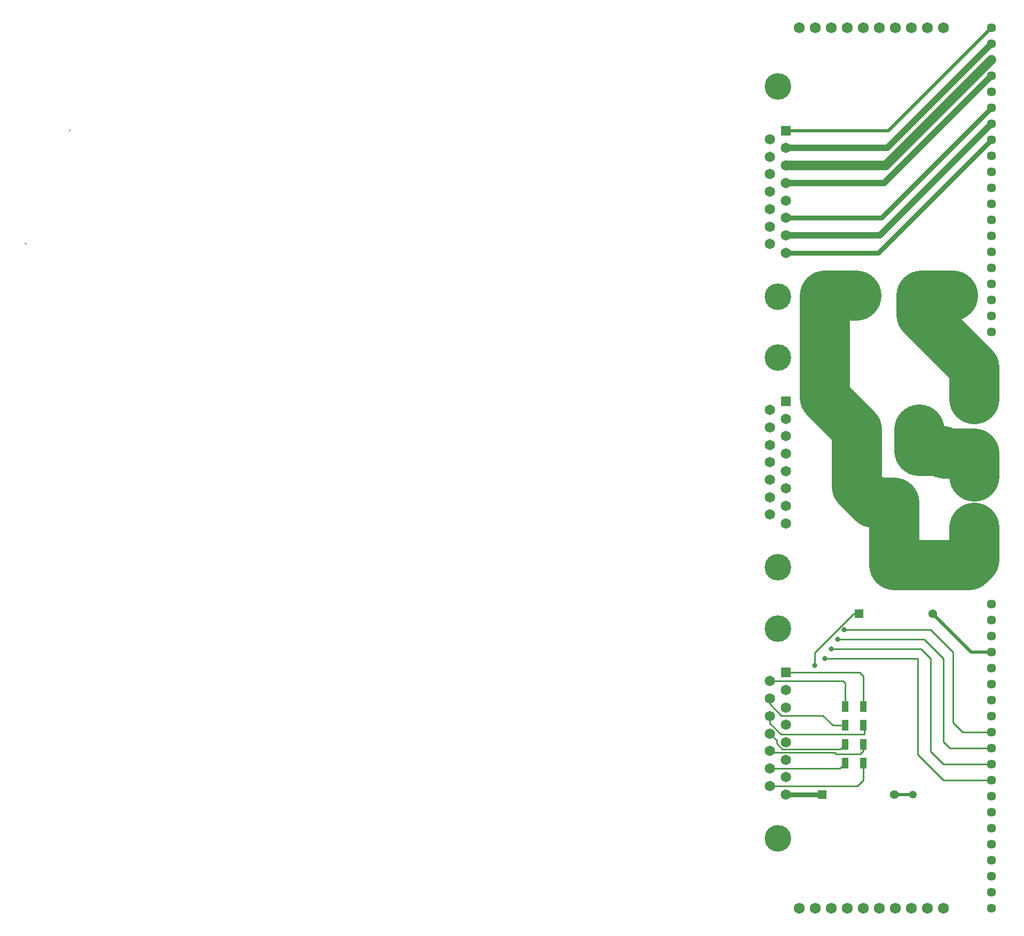
<source format=gbr>
%TF.GenerationSoftware,KiCad,Pcbnew,8.0.8*%
%TF.CreationDate,2025-02-03T20:53:04-05:00*%
%TF.ProjectId,IO Module V2.0,494f204d-6f64-4756-9c65-2056322e302e,rev?*%
%TF.SameCoordinates,Original*%
%TF.FileFunction,Copper,L1,Top*%
%TF.FilePolarity,Positive*%
%FSLAX46Y46*%
G04 Gerber Fmt 4.6, Leading zero omitted, Abs format (unit mm)*
G04 Created by KiCad (PCBNEW 8.0.8) date 2025-02-03 20:53:04*
%MOMM*%
%LPD*%
G01*
G04 APERTURE LIST*
%TA.AperFunction,ComponentPad*%
%ADD10R,2.108200X2.108200*%
%TD*%
%TA.AperFunction,ComponentPad*%
%ADD11C,2.108200*%
%TD*%
%TA.AperFunction,SMDPad,CuDef*%
%ADD12R,1.117600X1.752600*%
%TD*%
%TA.AperFunction,ComponentPad*%
%ADD13C,1.950000*%
%TD*%
%TA.AperFunction,ComponentPad*%
%ADD14R,1.650000X1.650000*%
%TD*%
%TA.AperFunction,ComponentPad*%
%ADD15C,1.650000*%
%TD*%
%TA.AperFunction,ComponentPad*%
%ADD16C,4.216000*%
%TD*%
%TA.AperFunction,ComponentPad*%
%ADD17R,1.397000X1.397000*%
%TD*%
%TA.AperFunction,ComponentPad*%
%ADD18C,1.397000*%
%TD*%
%TA.AperFunction,ComponentPad*%
%ADD19C,1.750000*%
%TD*%
%TA.AperFunction,ComponentPad*%
%ADD20C,1.447800*%
%TD*%
%TA.AperFunction,ComponentPad*%
%ADD21R,1.371600X1.371600*%
%TD*%
%TA.AperFunction,ComponentPad*%
%ADD22C,1.371600*%
%TD*%
%TA.AperFunction,ViaPad*%
%ADD23C,0.800000*%
%TD*%
%TA.AperFunction,ViaPad*%
%ADD24C,1.250000*%
%TD*%
%TA.AperFunction,Conductor*%
%ADD25C,0.200000*%
%TD*%
%TA.AperFunction,Conductor*%
%ADD26C,1.000000*%
%TD*%
%TA.AperFunction,Conductor*%
%ADD27C,0.250000*%
%TD*%
%TA.AperFunction,Conductor*%
%ADD28C,0.500000*%
%TD*%
%TA.AperFunction,Conductor*%
%ADD29C,0.750000*%
%TD*%
%TA.AperFunction,Conductor*%
%ADD30C,1.500000*%
%TD*%
%TA.AperFunction,Conductor*%
%ADD31C,8.000000*%
%TD*%
G04 APERTURE END LIST*
D10*
%TO.P,F1,1,1*%
%TO.N,Net-(F1-Pad1)*%
X108200000Y-84100000D03*
D11*
%TO.P,F1,2,2*%
X108200000Y-87503600D03*
%TO.P,F1,3,3*%
%TO.N,Net-(F1-Pad3)*%
X118106000Y-87503600D03*
%TO.P,F1,4,4*%
X118106000Y-84100000D03*
%TD*%
D12*
%TO.P,R31,1*%
%TO.N,Net-(J4-Pad14)*%
X106324400Y-137000000D03*
%TO.P,R31,2*%
%TO.N,Net-(J4-Pad15)*%
X109220000Y-137000000D03*
%TD*%
D13*
%TO.P,J8,1*%
%TO.N,Net-(J1-Pad1)*%
X118400000Y-62850000D03*
%TO.P,J8,2*%
X123400000Y-62850000D03*
%TD*%
%TO.P,J10,1*%
%TO.N,Net-(F1-Pad3)*%
X126800000Y-86940000D03*
%TO.P,J10,2*%
X126800000Y-91940000D03*
%TD*%
D14*
%TO.P,J4,01,01*%
%TO.N,Net-(J4-Pad01)*%
X96930000Y-122615000D03*
D15*
%TO.P,J4,02,02*%
%TO.N,unconnected-(J4-Pad02)*%
X96930000Y-125385000D03*
%TO.P,J4,03,03*%
%TO.N,unconnected-(J4-Pad03)*%
X96930000Y-128155000D03*
%TO.P,J4,04,04*%
%TO.N,Net-(J4-Pad04)*%
X96930000Y-130925000D03*
%TO.P,J4,05,05*%
%TO.N,Net-(J4-Pad05)*%
X96930000Y-133695000D03*
%TO.P,J4,06,06*%
%TO.N,Net-(J4-Pad06)*%
X96930000Y-136465000D03*
%TO.P,J4,07,07*%
%TO.N,Net-(J4-Pad07)*%
X96930000Y-139235000D03*
%TO.P,J4,08,08*%
%TO.N,Net-(J4-Pad08)*%
X96930000Y-142005000D03*
%TO.P,J4,09,09*%
%TO.N,Net-(J4-Pad09)*%
X94390000Y-124000000D03*
%TO.P,J4,10,10*%
%TO.N,Net-(J4-Pad10)*%
X94390000Y-126770000D03*
%TO.P,J4,11,11*%
%TO.N,Net-(J4-Pad11)*%
X94390000Y-129540000D03*
%TO.P,J4,12,12*%
%TO.N,Net-(J4-Pad12)*%
X94390000Y-132310000D03*
%TO.P,J4,13,13*%
%TO.N,Net-(J4-Pad13)*%
X94390000Y-135080000D03*
%TO.P,J4,14,14*%
%TO.N,Net-(J4-Pad14)*%
X94390000Y-137850000D03*
%TO.P,J4,15,15*%
%TO.N,Net-(J4-Pad15)*%
X94390000Y-140620000D03*
D16*
%TO.P,J4,S1,SHIELD*%
%TO.N,Net-(J1-Pad1)*%
X95660000Y-115650000D03*
%TO.P,J4,S2,SHIELD*%
X95660000Y-148970000D03*
%TD*%
D12*
%TO.P,R28,1*%
%TO.N,Net-(J4-Pad10)*%
X106324400Y-131000000D03*
%TO.P,R28,2*%
%TO.N,Net-(J4-Pad11)*%
X109220000Y-131000000D03*
%TD*%
%TO.P,R30,1*%
%TO.N,Net-(J4-Pad12)*%
X106324400Y-134000000D03*
%TO.P,R30,2*%
%TO.N,Net-(J4-Pad13)*%
X109220000Y-134000000D03*
%TD*%
D17*
%TO.P,R23,1*%
%TO.N,Net-(J4-Pad08)*%
X102700000Y-142000000D03*
D18*
%TO.P,R23,2*%
%TO.N,Net-(J6-Pad8)*%
X114130000Y-142000000D03*
%TD*%
D19*
%TO.P,REF\u002A\u002A,1*%
%TO.N,N/C*%
X99060000Y-160020000D03*
%TO.P,REF\u002A\u002A,2*%
X101600000Y-160020000D03*
%TO.P,REF\u002A\u002A,3*%
X104140000Y-160020000D03*
%TO.P,REF\u002A\u002A,4*%
X106680000Y-160020000D03*
%TO.P,REF\u002A\u002A,5*%
X109220000Y-160020000D03*
%TO.P,REF\u002A\u002A,6*%
X111760000Y-160020000D03*
%TO.P,REF\u002A\u002A,7*%
X114300000Y-160020000D03*
%TO.P,REF\u002A\u002A,8*%
X116840000Y-160020000D03*
%TO.P,REF\u002A\u002A,9*%
X119380000Y-160020000D03*
%TO.P,REF\u002A\u002A,10*%
X121920000Y-160020000D03*
%TD*%
D13*
%TO.P,J11,1*%
%TO.N,Net-(F1-Pad1)*%
X126800000Y-99700000D03*
%TO.P,J11,2*%
X126800000Y-104700000D03*
%TD*%
D20*
%TO.P,J5,1,1*%
%TO.N,Net-(J2-Pad01)*%
X129540000Y-20340500D03*
%TO.P,J5,2,2*%
%TO.N,Net-(J2-Pad02)*%
X129540000Y-22880500D03*
%TO.P,J5,3,3*%
%TO.N,Net-(J2-Pad03)*%
X129540000Y-25420500D03*
%TO.P,J5,4,4*%
%TO.N,Net-(J2-Pad04)*%
X129540000Y-27960500D03*
%TO.P,J5,5,5*%
%TO.N,unconnected-(J5-Pad5)*%
X129540000Y-30500500D03*
%TO.P,J5,6,6*%
%TO.N,Net-(J2-Pad06)*%
X129540000Y-33040500D03*
%TO.P,J5,7,7*%
%TO.N,Net-(J2-Pad07)*%
X129540000Y-35580500D03*
%TO.P,J5,8,8*%
%TO.N,Net-(J2-Pad08)*%
X129540000Y-38120500D03*
%TO.P,J5,9,9*%
%TO.N,Net-(J2-Pad09)*%
X129540000Y-40660500D03*
%TO.P,J5,10,10*%
%TO.N,Net-(J2-Pad10)*%
X129540000Y-43200500D03*
%TO.P,J5,11,11*%
%TO.N,Net-(J2-Pad11)*%
X129540000Y-45740500D03*
%TO.P,J5,12,12*%
%TO.N,Net-(J2-Pad12)*%
X129540000Y-48280500D03*
%TO.P,J5,13,13*%
%TO.N,Net-(J2-Pad13)*%
X129540000Y-50820500D03*
%TO.P,J5,14,14*%
%TO.N,Net-(J2-Pad14)*%
X129540000Y-53360500D03*
%TO.P,J5,15,15*%
%TO.N,Net-(J2-Pad15)*%
X129540000Y-55900500D03*
%TO.P,J5,16,16*%
%TO.N,unconnected-(J5-Pad16)*%
X129540000Y-58440500D03*
%TO.P,J5,17,17*%
%TO.N,unconnected-(J5-Pad17)*%
X129540000Y-60980500D03*
%TO.P,J5,18,18*%
%TO.N,unconnected-(J5-Pad18)*%
X129540000Y-63520500D03*
%TO.P,J5,19,19*%
%TO.N,unconnected-(J5-Pad19)*%
X129540000Y-66060500D03*
%TO.P,J5,20,20*%
%TO.N,unconnected-(J5-Pad20)*%
X129540000Y-68600500D03*
%TD*%
%TO.P,J6,1,1*%
%TO.N,unconnected-(J6-Pad1)*%
X129540000Y-111760000D03*
%TO.P,J6,2,2*%
%TO.N,unconnected-(J4-Pad02)*%
X129540000Y-114300000D03*
%TO.P,J6,3,3*%
%TO.N,unconnected-(J6-Pad3)*%
X129540000Y-116840000D03*
%TO.P,J6,4,4*%
%TO.N,Net-(J6-Pad4)*%
X129540000Y-119380000D03*
%TO.P,J6,5,5*%
%TO.N,Net-(J4-Pad05)*%
X129540000Y-121920000D03*
%TO.P,J6,6,6*%
%TO.N,Net-(J4-Pad06)*%
X129540000Y-124460000D03*
%TO.P,J6,7,7*%
%TO.N,Net-(J4-Pad07)*%
X129540000Y-127000000D03*
%TO.P,J6,8,8*%
%TO.N,Net-(J6-Pad8)*%
X129540000Y-129540000D03*
%TO.P,J6,9,9*%
%TO.N,Net-(J3-Pad12)*%
X129540000Y-132080000D03*
%TO.P,J6,10,10*%
%TO.N,Net-(J3-Pad13)*%
X129540000Y-134620000D03*
%TO.P,J6,11,11*%
%TO.N,Net-(J3-Pad14)*%
X129540000Y-137160000D03*
%TO.P,J6,12,12*%
%TO.N,Net-(J3-Pad15)*%
X129540000Y-139700000D03*
%TO.P,J6,13,13*%
%TO.N,unconnected-(J6-Pad13)*%
X129540000Y-142240000D03*
%TO.P,J6,14,14*%
%TO.N,unconnected-(J6-Pad14)*%
X129540000Y-144780000D03*
%TO.P,J6,15,15*%
%TO.N,unconnected-(J6-Pad15)*%
X129540000Y-147320000D03*
%TO.P,J6,16,16*%
%TO.N,unconnected-(J6-Pad16)*%
X129540000Y-149860000D03*
%TO.P,J6,17,17*%
%TO.N,unconnected-(J6-Pad17)*%
X129540000Y-152400000D03*
%TO.P,J6,18,18*%
%TO.N,unconnected-(J6-Pad18)*%
X129540000Y-154940000D03*
%TO.P,J6,19,19*%
%TO.N,unconnected-(J6-Pad19)*%
X129540000Y-157480000D03*
%TO.P,J6,20,20*%
%TO.N,unconnected-(J6-Pad20)*%
X129540000Y-160020000D03*
%TD*%
D14*
%TO.P,J2,01,01*%
%TO.N,Net-(J2-Pad01)*%
X96930000Y-36640750D03*
D15*
%TO.P,J2,02,02*%
%TO.N,Net-(J2-Pad02)*%
X96930000Y-39410750D03*
%TO.P,J2,03,03*%
%TO.N,Net-(J2-Pad03)*%
X96930000Y-42180750D03*
%TO.P,J2,04,04*%
%TO.N,Net-(J2-Pad04)*%
X96930000Y-44950750D03*
%TO.P,J2,05,05*%
%TO.N,unconnected-(J2-Pad05)*%
X96930000Y-47720750D03*
%TO.P,J2,06,06*%
%TO.N,Net-(J2-Pad06)*%
X96930000Y-50490750D03*
%TO.P,J2,07,07*%
%TO.N,Net-(J2-Pad07)*%
X96930000Y-53260750D03*
%TO.P,J2,08,08*%
%TO.N,Net-(J2-Pad08)*%
X96930000Y-56030750D03*
%TO.P,J2,09,09*%
%TO.N,Net-(J2-Pad09)*%
X94390000Y-38025750D03*
%TO.P,J2,10,10*%
%TO.N,Net-(J2-Pad10)*%
X94390000Y-40795750D03*
%TO.P,J2,11,11*%
%TO.N,Net-(J2-Pad11)*%
X94390000Y-43565750D03*
%TO.P,J2,12,12*%
%TO.N,Net-(J2-Pad12)*%
X94390000Y-46335750D03*
%TO.P,J2,13,13*%
%TO.N,Net-(J2-Pad13)*%
X94390000Y-49105750D03*
%TO.P,J2,14,14*%
%TO.N,Net-(J2-Pad14)*%
X94390000Y-51875750D03*
%TO.P,J2,15,15*%
%TO.N,Net-(J2-Pad15)*%
X94390000Y-54645750D03*
D16*
%TO.P,J2,S1,SHIELD*%
%TO.N,Net-(J1-Pad1)*%
X95660000Y-29675750D03*
%TO.P,J2,S2,SHIELD*%
X95660000Y-62995750D03*
%TD*%
D12*
%TO.P,R29,1*%
%TO.N,Net-(J4-Pad01)*%
X109220000Y-128000000D03*
%TO.P,R29,2*%
%TO.N,Net-(J4-Pad09)*%
X106324400Y-128000000D03*
%TD*%
D14*
%TO.P,J3,01,01*%
%TO.N,unconnected-(J3-Pad01)*%
X96930000Y-79580750D03*
D15*
%TO.P,J3,02,02*%
%TO.N,unconnected-(J3-Pad02)*%
X96930000Y-82350750D03*
%TO.P,J3,03,03*%
%TO.N,unconnected-(J3-Pad03)*%
X96930000Y-85120750D03*
%TO.P,J3,04,04*%
%TO.N,unconnected-(J3-Pad04)*%
X96930000Y-87890750D03*
%TO.P,J3,05,05*%
%TO.N,unconnected-(J3-Pad05)*%
X96930000Y-90660750D03*
%TO.P,J3,06,06*%
%TO.N,unconnected-(J3-Pad06)*%
X96930000Y-93430750D03*
%TO.P,J3,07,07*%
%TO.N,unconnected-(J3-Pad07)*%
X96930000Y-96200750D03*
%TO.P,J3,08,08*%
%TO.N,unconnected-(J3-Pad08)*%
X96930000Y-98970750D03*
%TO.P,J3,09,09*%
%TO.N,unconnected-(J3-Pad09)*%
X94390000Y-80965750D03*
%TO.P,J3,10,10*%
%TO.N,unconnected-(J3-Pad10)*%
X94390000Y-83735750D03*
%TO.P,J3,11,11*%
%TO.N,unconnected-(J3-Pad11)*%
X94390000Y-86505750D03*
%TO.P,J3,12,12*%
%TO.N,Net-(J3-Pad12)*%
X94390000Y-89275750D03*
%TO.P,J3,13,13*%
%TO.N,Net-(J3-Pad13)*%
X94390000Y-92045750D03*
%TO.P,J3,14,14*%
%TO.N,Net-(J3-Pad14)*%
X94390000Y-94815750D03*
%TO.P,J3,15,15*%
%TO.N,Net-(J3-Pad15)*%
X94390000Y-97585750D03*
D16*
%TO.P,J3,S1,SHIELD*%
%TO.N,Net-(J1-Pad1)*%
X95660000Y-72615750D03*
%TO.P,J3,S2,SHIELD*%
X95660000Y-105935750D03*
%TD*%
D13*
%TO.P,J7,1*%
%TO.N,Net-(F1-Pad1)*%
X103100000Y-62850000D03*
%TO.P,J7,2*%
X108100000Y-62850000D03*
%TD*%
D21*
%TO.P,R26,1*%
%TO.N,Net-(J4-Pad04)*%
X108500000Y-113300000D03*
D22*
%TO.P,R26,2*%
%TO.N,Net-(J6-Pad4)*%
X120184000Y-113300000D03*
%TD*%
D19*
%TO.P,J1,1,1*%
%TO.N,Net-(J1-Pad1)*%
X99060000Y-20320000D03*
%TO.P,J1,2,2*%
X101600000Y-20320000D03*
%TO.P,J1,3,3*%
X104140000Y-20320000D03*
%TO.P,J1,4,4*%
%TO.N,unconnected-(J1-Pad4)*%
X106680000Y-20320000D03*
%TO.P,J1,5,5*%
%TO.N,unconnected-(J1-Pad5)*%
X109220000Y-20320000D03*
%TO.P,J1,6,6*%
%TO.N,unconnected-(J1-Pad6)*%
X111760000Y-20320000D03*
%TO.P,J1,7,7*%
%TO.N,unconnected-(J1-Pad7)*%
X114300000Y-20320000D03*
%TO.P,J1,8,8*%
%TO.N,unconnected-(J1-Pad8)*%
X116840000Y-20320000D03*
%TO.P,J1,9,9*%
%TO.N,unconnected-(J1-Pad9)*%
X119380000Y-20320000D03*
%TO.P,J1,10,10*%
%TO.N,unconnected-(J1-Pad10)*%
X121920000Y-20320000D03*
%TD*%
D13*
%TO.P,J9,1*%
%TO.N,Net-(J1-Pad1)*%
X126800000Y-74280000D03*
%TO.P,J9,2*%
X126800000Y-79280000D03*
%TD*%
D23*
%TO.N,Net-(J3-Pad12)*%
X106172000Y-115824000D03*
%TO.N,Net-(J3-Pad13)*%
X105156000Y-117348000D03*
%TO.N,Net-(J3-Pad15)*%
X103124000Y-120396000D03*
%TO.N,Net-(J3-Pad14)*%
X104140000Y-118872000D03*
%TO.N,Net-(J4-Pad04)*%
X101500000Y-121490000D03*
D24*
%TO.N,Net-(J6-Pad8)*%
X117094000Y-141986000D03*
%TD*%
D25*
%TO.N,*%
X-16595000Y-36640750D02*
X-16740000Y-36495750D01*
X-23590000Y-54645750D02*
X-23740000Y-54495750D01*
D26*
%TO.N,Net-(J2-Pad02)*%
X96930000Y-39410750D02*
X112989250Y-39410750D01*
X112989250Y-39410750D02*
X129540000Y-22860000D01*
%TO.N,Net-(J2-Pad04)*%
X112529250Y-44950750D02*
X129540000Y-27940000D01*
X96930000Y-44950750D02*
X112529250Y-44950750D01*
D27*
%TO.N,Net-(J3-Pad12)*%
X106172000Y-115824000D02*
X119888000Y-115824000D01*
X119888000Y-115824000D02*
X123444000Y-119380000D01*
X124968000Y-132080000D02*
X129540000Y-132080000D01*
X124968000Y-132080000D02*
X123444000Y-130556000D01*
X123444000Y-130556000D02*
X123444000Y-119380000D01*
%TO.N,Net-(J3-Pad13)*%
X121920000Y-120396000D02*
X121920000Y-133604000D01*
X118872000Y-117348000D02*
X121920000Y-120396000D01*
X121920000Y-133604000D02*
X122936000Y-134620000D01*
X122936000Y-134620000D02*
X129540000Y-134620000D01*
X105156000Y-117348000D02*
X118872000Y-117348000D01*
%TO.N,Net-(J3-Pad15)*%
X103124000Y-120396000D02*
X117856000Y-120396000D01*
X121920000Y-139700000D02*
X129540000Y-139700000D01*
X117856000Y-120396000D02*
X117856000Y-135636000D01*
X117856000Y-135636000D02*
X121920000Y-139700000D01*
%TO.N,Net-(J3-Pad14)*%
X118364000Y-118872000D02*
X119888000Y-120396000D01*
X104140000Y-118872000D02*
X118364000Y-118872000D01*
X119888000Y-120396000D02*
X119888000Y-135128000D01*
X121920000Y-137160000D02*
X129540000Y-137160000D01*
X119888000Y-135128000D02*
X121920000Y-137160000D01*
D28*
%TO.N,Net-(J2-Pad01)*%
X96930000Y-36640750D02*
X113219250Y-36640750D01*
X113219250Y-36640750D02*
X129540000Y-20320000D01*
X97030000Y-36640750D02*
X97170750Y-36500000D01*
D26*
%TO.N,Net-(J2-Pad07)*%
X111839250Y-53260750D02*
X129540000Y-35560000D01*
X96930000Y-53260750D02*
X111839250Y-53260750D01*
D29*
%TO.N,Net-(J2-Pad08)*%
X96930000Y-56030750D02*
X111609250Y-56030750D01*
X111609250Y-56030750D02*
X129540000Y-38100000D01*
D30*
%TO.N,Net-(J2-Pad03)*%
X96930000Y-42180750D02*
X112759250Y-42180750D01*
X112759250Y-42180750D02*
X129540000Y-25400000D01*
D29*
%TO.N,Net-(J2-Pad06)*%
X112069250Y-50490750D02*
X129540000Y-33020000D01*
X96930000Y-50490750D02*
X112069250Y-50490750D01*
D27*
%TO.N,Net-(J4-Pad12)*%
X95450000Y-133900000D02*
X95450000Y-133370000D01*
X106324400Y-134000000D02*
X105504400Y-134820000D01*
X95450000Y-133370000D02*
X94390000Y-132310000D01*
X105504400Y-134820000D02*
X96370000Y-134820000D01*
X96370000Y-134820000D02*
X95450000Y-133900000D01*
%TO.N,Net-(J4-Pad04)*%
X101500000Y-121490000D02*
X101510000Y-121500000D01*
X101500000Y-121490000D02*
X101500000Y-119470695D01*
X101500000Y-119470695D02*
X107670695Y-113300000D01*
X107670695Y-113300000D02*
X108500000Y-113300000D01*
%TO.N,Net-(J4-Pad10)*%
X102800000Y-129450000D02*
X104350000Y-131000000D01*
X104350000Y-131000000D02*
X106324400Y-131000000D01*
X96200000Y-129450000D02*
X102800000Y-129450000D01*
D25*
X94390000Y-126770000D02*
X94390000Y-127640000D01*
D27*
X94390000Y-127640000D02*
X96200000Y-129450000D01*
%TO.N,Net-(J4-Pad01)*%
X108615000Y-122615000D02*
X109220000Y-123220000D01*
X96930000Y-122615000D02*
X108615000Y-122615000D01*
X109220000Y-123220000D02*
X109220000Y-128000000D01*
D29*
%TO.N,Net-(J4-Pad08)*%
X102695000Y-142005000D02*
X102700000Y-142000000D01*
X96930000Y-142005000D02*
X102695000Y-142005000D01*
D27*
%TO.N,Net-(J4-Pad15)*%
X94390000Y-140620000D02*
X108280000Y-140620000D01*
X109220000Y-139680000D02*
X109220000Y-137000000D01*
X108280000Y-140620000D02*
X109220000Y-139680000D01*
%TO.N,Net-(J4-Pad14)*%
X94390000Y-137850000D02*
X105474400Y-137850000D01*
X105474400Y-137850000D02*
X106324400Y-137000000D01*
%TO.N,Net-(J4-Pad11)*%
X109400000Y-132450000D02*
X109400000Y-131180000D01*
D25*
X109400000Y-131180000D02*
X109220000Y-131000000D01*
D27*
X94390000Y-129540000D02*
X94390000Y-130706726D01*
X96133274Y-132450000D02*
X109400000Y-132450000D01*
X94390000Y-130706726D02*
X96133274Y-132450000D01*
%TO.N,Net-(J4-Pad13)*%
X94650000Y-135340000D02*
X104590000Y-135340000D01*
X109220000Y-135076300D02*
X109220000Y-134000000D01*
X104590000Y-135340000D02*
X104850000Y-135600000D01*
X104850000Y-135600000D02*
X108696300Y-135600000D01*
X108696300Y-135600000D02*
X109220000Y-135076300D01*
D25*
X94390000Y-135080000D02*
X94650000Y-135340000D01*
D27*
%TO.N,Net-(J4-Pad09)*%
X106324400Y-124324400D02*
X106324400Y-128000000D01*
X106000000Y-124000000D02*
X106324400Y-124324400D01*
X94390000Y-124000000D02*
X106000000Y-124000000D01*
D28*
%TO.N,Net-(J6-Pad8)*%
X117094000Y-141986000D02*
X114144000Y-141986000D01*
X114144000Y-141986000D02*
X114130000Y-142000000D01*
D31*
%TO.N,Net-(F1-Pad1)*%
X110698200Y-95647000D02*
X114101800Y-95647000D01*
X108200000Y-87503600D02*
X108200000Y-93148800D01*
X108100000Y-62850000D02*
X103100000Y-62850000D01*
X108200000Y-93148800D02*
X110698200Y-95647000D01*
X114101800Y-105553000D02*
X125947000Y-105553000D01*
X103100000Y-62850000D02*
X103100000Y-79000000D01*
X125947000Y-105553000D02*
X126800000Y-104700000D01*
X103100000Y-79000000D02*
X108200000Y-84100000D01*
X114101800Y-95647000D02*
X114101800Y-105553000D01*
X108200000Y-84100000D02*
X108200000Y-87503600D01*
X126800000Y-104700000D02*
X126800000Y-99700000D01*
%TO.N,Net-(F1-Pad3)*%
X121707048Y-87503600D02*
X122103448Y-87900000D01*
X118106000Y-87503600D02*
X121707048Y-87503600D01*
X122103448Y-87900000D02*
X126800000Y-87900000D01*
X126800000Y-87900000D02*
X126800000Y-91500000D01*
X118106000Y-84100000D02*
X118106000Y-87503600D01*
%TO.N,Net-(J1-Pad1)*%
X118400000Y-62850000D02*
X118400000Y-65880000D01*
X126800000Y-74280000D02*
X126800000Y-79280000D01*
X118400000Y-65880000D02*
X126800000Y-74280000D01*
X123400000Y-62850000D02*
X118400000Y-62850000D01*
D28*
%TO.N,Net-(J6-Pad4)*%
X120184000Y-113300000D02*
X126264000Y-119380000D01*
X126264000Y-119380000D02*
X129540000Y-119380000D01*
%TD*%
M02*

</source>
